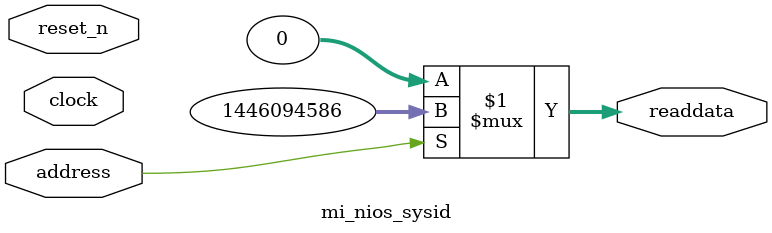
<source format=v>

`timescale 1ns / 1ps
// synthesis translate_on

// turn off superfluous verilog processor warnings 
// altera message_level Level1 
// altera message_off 10034 10035 10036 10037 10230 10240 10030 

module mi_nios_sysid (
               // inputs:
                address,
                clock,
                reset_n,

               // outputs:
                readdata
             )
;

  output  [ 31: 0] readdata;
  input            address;
  input            clock;
  input            reset_n;

  wire    [ 31: 0] readdata;
  //control_slave, which is an e_avalon_slave
  assign readdata = address ? 1446094586 : 0;

endmodule




</source>
